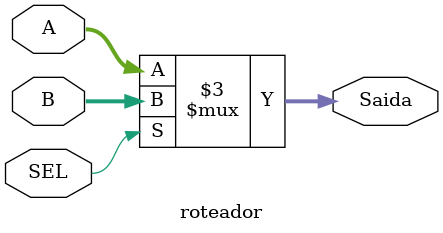
<source format=sv>
/* 
Aluna: Thayane Stheffany Silva Barros - 121110604
Roteiro 2: Problema 2.a (Roteamento)
*/

module roteador (input logic [3:0] A, B, // Entradas de 4 bits A e B
                 input logic SEL,          // Seleção de qual entrada será transmitida
                 output logic [3:0] Saida  // Saída de 4 bits
                );
  
   always_comb begin
	case(SEL)
  	1'b0: Saida <= A; // Se SEL for 0, transmitir a entrada A
  	default: Saida <= B; // Se SEL for 1, transmitir a entrada B
	endcase
  end

endmodule

</source>
